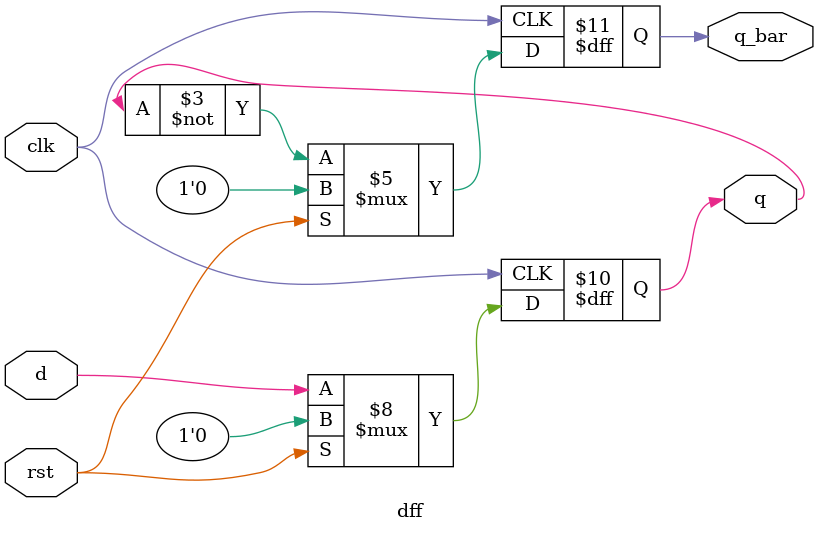
<source format=v>
module dff(clk,rst,d,q,q_bar);
input clk,rst,d;
output reg q,q_bar;

always@(posedge clk)begin
  if(rst==1)begin
     q<=0;
	 q_bar<=0;
	 end
	 else begin
	 q<=d;
	 q_bar<=~q;
end
	 end
	 endmodule

</source>
